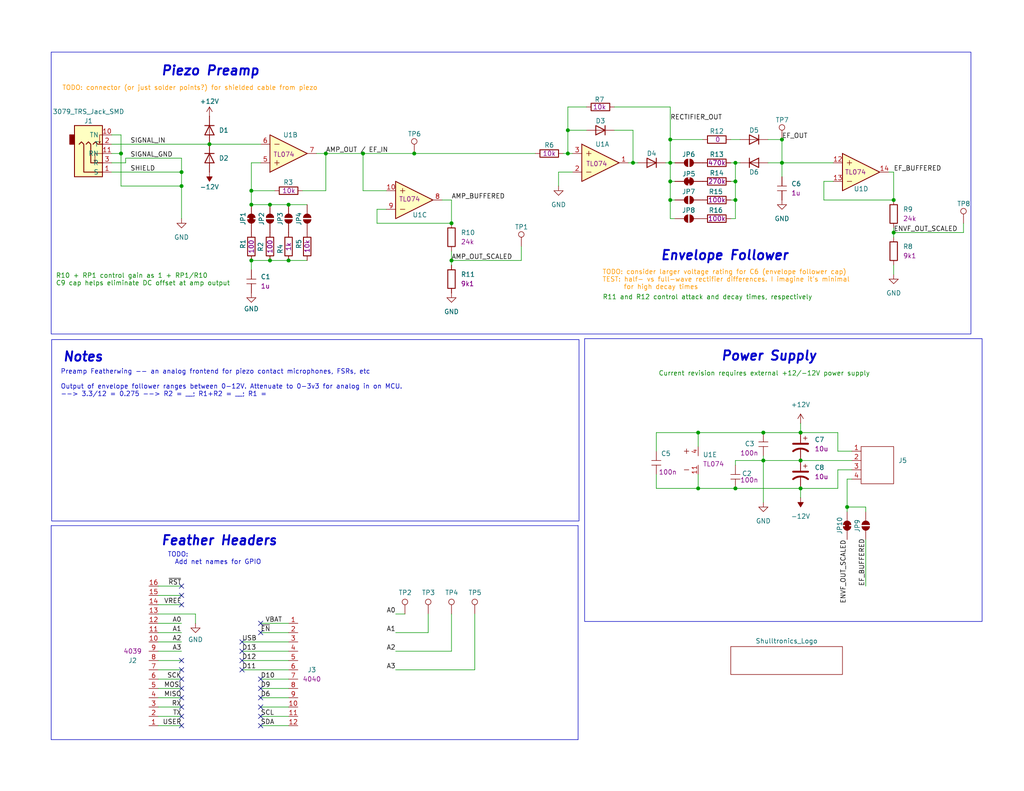
<source format=kicad_sch>
(kicad_sch (version 20231120) (generator "eeschema") (generator_version "8.0")
  (paper "USLetter")
  (title_block (title "Analog Frontend FeatherWing") (date "2024-09-20") (rev "A") (company "Hemisphere Instruments"))
  (junction (at 123.19 71.12))
  (junction (at 88.9 41.91))
  (junction (at 78.74 55.88))
  (junction (at 78.74 71.12))
  (junction (at 200.66 49.53))
  (junction (at 113.03 41.91))
  (junction (at 218.44 118.11))
  (junction (at 154.94 41.91))
  (junction (at 182.88 54.61))
  (junction (at 99.06 41.91))
  (junction (at 190.5 118.11))
  (junction (at 213.36 38.1))
  (junction (at 182.88 44.45))
  (junction (at 218.44 125.73))
  (junction (at 218.44 133.35))
  (junction (at 49.53 46.99))
  (junction (at 200.66 44.45))
  (junction (at 68.58 55.88))
  (junction (at 68.58 71.12))
  (junction (at 68.58 52.07))
  (junction (at 73.66 55.88))
  (junction (at 200.66 54.61))
  (junction (at 123.19 60.96))
  (junction (at 213.36 44.45))
  (junction (at 208.28 125.73))
  (junction (at 243.84 63.5))
  (junction (at 182.88 49.53))
  (junction (at 190.5 133.35))
  (junction (at 172.72 44.45))
  (junction (at 182.88 38.1))
  (junction (at 49.53 50.8))
  (junction (at 200.66 133.35))
  (junction (at 33.02 41.91))
  (junction (at 73.66 71.12))
  (junction (at 208.28 118.11))
  (junction (at 243.84 54.61))
  (junction (at 57.15 39.37))
  (junction (at 231.14 138.43))
  (junction (at 154.94 35.56))
  (no_connect (at 49.53 160.02))
  (no_connect (at 71.12 170.18))
  (no_connect (at 66.04 182.88))
  (no_connect (at 71.12 190.5))
  (no_connect (at 49.53 190.5))
  (no_connect (at 49.53 185.42))
  (no_connect (at 49.53 162.56))
  (no_connect (at 49.53 165.1))
  (no_connect (at 49.53 180.34))
  (no_connect (at 71.12 195.58))
  (no_connect (at 71.12 187.96))
  (no_connect (at 49.53 182.88))
  (no_connect (at 66.04 177.8))
  (no_connect (at 49.53 198.12))
  (no_connect (at 49.53 195.58))
  (no_connect (at 71.12 172.72))
  (no_connect (at 66.04 180.34))
  (no_connect (at 49.53 193.04))
  (no_connect (at 49.53 187.96))
  (no_connect (at 66.04 175.26))
  (no_connect (at 71.12 198.12))
  (no_connect (at 71.12 185.42))
  (no_connect (at 71.12 193.04))
  (wire (pts (xy 218.44 125.73) (xy 232.41 125.73)))
  (wire (pts (xy 224.79 49.53) (xy 224.79 54.61)))
  (wire (pts (xy 154.94 29.21) (xy 160.02 29.21)))
  (wire (pts (xy 243.84 72.39) (xy 243.84 74.93)))
  (wire (pts (xy 49.53 50.8) (xy 49.53 59.69)))
  (wire (pts (xy 182.88 44.45) (xy 181.61 44.45)))
  (wire (pts (xy 190.5 118.11) (xy 208.28 118.11)))
  (wire (pts (xy 167.64 29.21) (xy 182.88 29.21)))
  (wire (pts (xy 224.79 54.61) (xy 243.84 54.61)))
  (wire (pts (xy 200.66 127) (xy 200.66 125.73)))
  (wire (pts (xy 218.44 133.35) (xy 228.6 133.35)))
  (wire (pts (xy 53.34 167.64) (xy 53.34 170.18)))
  (wire (pts (xy 99.06 52.07) (xy 99.06 41.91)))
  (wire (pts (xy 123.19 60.96) (xy 123.19 54.61)))
  (wire (pts (xy 78.74 195.58) (xy 71.12 195.58)))
  (wire (pts (xy 208.28 124.46) (xy 208.28 125.73)))
  (wire (pts (xy 66.04 175.26) (xy 78.74 175.26)))
  (wire (pts (xy 88.9 41.91) (xy 99.06 41.91)))
  (polyline (pts (xy 13.97 143.51) (xy 157.734 143.51)))
  (wire (pts (xy 34.29 43.18) (xy 49.53 43.18)))
  (wire (pts (xy 49.53 185.42) (xy 43.18 185.42)))
  (wire (pts (xy 200.66 133.35) (xy 218.44 133.35)))
  (wire (pts (xy 30.48 39.37) (xy 57.15 39.37)))
  (wire (pts (xy 49.53 43.18) (xy 49.53 46.99)))
  (wire (pts (xy 190.5 121.92) (xy 190.5 118.11)))
  (wire (pts (xy 243.84 63.5) (xy 262.89 63.5)))
  (wire (pts (xy 209.55 38.1) (xy 213.36 38.1)))
  (wire (pts (xy 49.53 46.99) (xy 49.53 50.8)))
  (wire (pts (xy 199.39 59.69) (xy 200.66 59.69)))
  (wire (pts (xy 182.88 54.61) (xy 182.88 59.69)))
  (wire (pts (xy 243.84 62.23) (xy 243.84 63.5)))
  (wire (pts (xy 78.74 198.12) (xy 71.12 198.12)))
  (wire (pts (xy 68.58 44.45) (xy 71.12 44.45)))
  (wire (pts (xy 33.02 41.91) (xy 33.02 50.8)))
  (wire (pts (xy 66.04 177.8) (xy 78.74 177.8)))
  (wire (pts (xy 78.74 190.5) (xy 71.12 190.5)))
  (wire (pts (xy 182.88 38.1) (xy 191.77 38.1)))
  (wire (pts (xy 78.74 185.42) (xy 71.12 185.42)))
  (wire (pts (xy 213.36 44.45) (xy 227.33 44.45)))
  (wire (pts (xy 57.15 39.37) (xy 71.12 39.37)))
  (wire (pts (xy 172.72 35.56) (xy 172.72 44.45)))
  (wire (pts (xy 218.44 133.35) (xy 218.44 135.89)))
  (wire (pts (xy 43.18 182.88) (xy 49.53 182.88)))
  (wire (pts (xy 154.94 35.56) (xy 160.02 35.56)))
  (wire (pts (xy 33.02 41.91) (xy 30.48 41.91)))
  (wire (pts (xy 182.88 54.61) (xy 184.15 54.61)))
  (polyline (pts (xy 13.97 143.51) (xy 13.97 201.93)))
  (wire (pts (xy 68.58 52.07) (xy 74.93 52.07)))
  (wire (pts (xy 154.94 41.91) (xy 156.21 41.91)))
  (wire (pts (xy 262.89 63.5) (xy 262.89 60.96)))
  (wire (pts (xy 179.07 133.35) (xy 190.5 133.35)))
  (wire (pts (xy 142.24 67.31) (xy 142.24 71.12)))
  (wire (pts (xy 200.66 54.61) (xy 200.66 49.53)))
  (wire (pts (xy 43.18 165.1) (xy 49.53 165.1)))
  (wire (pts (xy 49.53 195.58) (xy 43.18 195.58)))
  (wire (pts (xy 152.4 50.8) (xy 152.4 46.99)))
  (wire (pts (xy 182.88 49.53) (xy 182.88 54.61)))
  (wire (pts (xy 153.67 41.91) (xy 154.94 41.91)))
  (wire (pts (xy 68.58 71.12) (xy 73.66 71.12)))
  (wire (pts (xy 116.84 172.72) (xy 116.84 167.64)))
  (polyline (pts (xy 157.734 201.93) (xy 13.97 201.93)))
  (wire (pts (xy 99.06 41.91) (xy 113.03 41.91)))
  (wire (pts (xy 199.39 54.61) (xy 200.66 54.61)))
  (wire (pts (xy 231.14 138.43) (xy 236.22 138.43)))
  (wire (pts (xy 228.6 123.19) (xy 232.41 123.19)))
  (wire (pts (xy 113.03 41.91) (xy 146.05 41.91)))
  (wire (pts (xy 179.07 118.11) (xy 190.5 118.11)))
  (wire (pts (xy 49.53 160.02) (xy 43.18 160.02)))
  (wire (pts (xy 199.39 44.45) (xy 200.66 44.45)))
  (wire (pts (xy 88.9 41.91) (xy 86.36 41.91)))
  (wire (pts (xy 182.88 44.45) (xy 182.88 49.53)))
  (wire (pts (xy 179.07 129.54) (xy 179.07 133.35)))
  (wire (pts (xy 154.94 35.56) (xy 154.94 29.21)))
  (wire (pts (xy 78.74 187.96) (xy 71.12 187.96)))
  (wire (pts (xy 142.24 71.12) (xy 123.19 71.12)))
  (wire (pts (xy 200.66 44.45) (xy 201.93 44.45)))
  (wire (pts (xy 30.48 46.99) (xy 49.53 46.99)))
  (wire (pts (xy 152.4 46.99) (xy 156.21 46.99)))
  (wire (pts (xy 236.22 147.32) (xy 236.22 160.02)))
  (wire (pts (xy 71.12 170.18) (xy 78.74 170.18)))
  (wire (pts (xy 73.66 55.88) (xy 78.74 55.88)))
  (wire (pts (xy 228.6 133.35) (xy 228.6 128.27)))
  (wire (pts (xy 232.41 130.81) (xy 231.14 130.81)))
  (wire (pts (xy 43.18 198.12) (xy 49.53 198.12)))
  (wire (pts (xy 200.66 125.73) (xy 208.28 125.73)))
  (wire (pts (xy 82.55 52.07) (xy 88.9 52.07)))
  (wire (pts (xy 218.44 118.11) (xy 228.6 118.11)))
  (wire (pts (xy 167.64 35.56) (xy 172.72 35.56)))
  (wire (pts (xy 199.39 38.1) (xy 201.93 38.1)))
  (wire (pts (xy 33.02 36.83) (xy 33.02 41.91)))
  (wire (pts (xy 107.95 167.64) (xy 110.49 167.64)))
  (wire (pts (xy 102.87 57.15) (xy 105.41 57.15)))
  (wire (pts (xy 231.14 130.81) (xy 231.14 138.43)))
  (wire (pts (xy 182.88 29.21) (xy 182.88 38.1)))
  (wire (pts (xy 73.66 71.12) (xy 78.74 71.12)))
  (wire (pts (xy 49.53 190.5) (xy 43.18 190.5)))
  (wire (pts (xy 243.84 54.61) (xy 243.84 46.99)))
  (wire (pts (xy 49.53 187.96) (xy 43.18 187.96)))
  (wire (pts (xy 243.84 63.5) (xy 243.84 64.77)))
  (wire (pts (xy 43.18 162.56) (xy 49.53 162.56)))
  (wire (pts (xy 200.66 49.53) (xy 200.66 44.45)))
  (wire (pts (xy 43.18 167.64) (xy 53.34 167.64)))
  (wire (pts (xy 34.29 44.45) (xy 34.29 43.18)))
  (wire (pts (xy 107.95 182.88) (xy 129.54 182.88)))
  (wire (pts (xy 123.19 54.61) (xy 120.65 54.61)))
  (wire (pts (xy 68.58 55.88) (xy 73.66 55.88)))
  (wire (pts (xy 200.66 59.69) (xy 200.66 54.61)))
  (wire (pts (xy 49.53 177.8) (xy 43.18 177.8)))
  (wire (pts (xy 78.74 71.12) (xy 83.82 71.12)))
  (wire (pts (xy 213.36 38.1) (xy 213.36 44.45)))
  (wire (pts (xy 78.74 55.88) (xy 83.82 55.88)))
  (wire (pts (xy 190.5 129.54) (xy 190.5 133.35)))
  (wire (pts (xy 49.53 170.18) (xy 43.18 170.18)))
  (wire (pts (xy 68.58 71.12) (xy 68.58 73.66)))
  (wire (pts (xy 236.22 139.7) (xy 236.22 138.43)))
  (wire (pts (xy 123.19 71.12) (xy 123.19 72.39)))
  (wire (pts (xy 66.04 180.34) (xy 78.74 180.34)))
  (wire (pts (xy 49.53 175.26) (xy 43.18 175.26)))
  (wire (pts (xy 172.72 44.45) (xy 171.45 44.45)))
  (wire (pts (xy 154.94 41.91) (xy 154.94 35.56)))
  (wire (pts (xy 179.07 123.19) (xy 179.07 118.11)))
  (wire (pts (xy 228.6 118.11) (xy 228.6 123.19)))
  (wire (pts (xy 227.33 49.53) (xy 224.79 49.53)))
  (wire (pts (xy 182.88 44.45) (xy 184.15 44.45)))
  (wire (pts (xy 199.39 49.53) (xy 200.66 49.53)))
  (wire (pts (xy 68.58 55.88) (xy 68.58 52.07)))
  (wire (pts (xy 71.12 193.04) (xy 78.74 193.04)))
  (wire (pts (xy 123.19 68.58) (xy 123.19 71.12)))
  (wire (pts (xy 213.36 48.26) (xy 213.36 44.45)))
  (wire (pts (xy 182.88 44.45) (xy 182.88 38.1)))
  (wire (pts (xy 173.99 44.45) (xy 172.72 44.45)))
  (wire (pts (xy 49.53 172.72) (xy 43.18 172.72)))
  (wire (pts (xy 129.54 182.88) (xy 129.54 167.64)))
  (wire (pts (xy 107.95 177.8) (xy 123.19 177.8)))
  (wire (pts (xy 30.48 36.83) (xy 33.02 36.83)))
  (wire (pts (xy 68.58 44.45) (xy 68.58 52.07)))
  (wire (pts (xy 123.19 177.8) (xy 123.19 167.64)))
  (polyline (pts (xy 157.734 143.51) (xy 157.734 201.93)))
  (wire (pts (xy 66.04 182.88) (xy 78.74 182.88)))
  (wire (pts (xy 231.14 138.43) (xy 231.14 139.7)))
  (wire (pts (xy 107.95 172.72) (xy 116.84 172.72)))
  (wire (pts (xy 218.44 115.57) (xy 218.44 118.11)))
  (wire (pts (xy 208.28 125.73) (xy 218.44 125.73)))
  (wire (pts (xy 213.36 44.45) (xy 209.55 44.45)))
  (wire (pts (xy 182.88 59.69) (xy 184.15 59.69)))
  (wire (pts (xy 102.87 57.15) (xy 102.87 60.96)))
  (wire (pts (xy 190.5 133.35) (xy 200.66 133.35)))
  (wire (pts (xy 243.84 46.99) (xy 242.57 46.99)))
  (wire (pts (xy 105.41 52.07) (xy 99.06 52.07)))
  (wire (pts (xy 208.28 118.11) (xy 218.44 118.11)))
  (wire (pts (xy 49.53 193.04) (xy 43.18 193.04)))
  (wire (pts (xy 102.87 60.96) (xy 123.19 60.96)))
  (wire (pts (xy 182.88 49.53) (xy 184.15 49.53)))
  (wire (pts (xy 43.18 180.34) (xy 49.53 180.34)))
  (wire (pts (xy 30.48 44.45) (xy 34.29 44.45)))
  (wire (pts (xy 33.02 50.8) (xy 49.53 50.8)))
  (wire (pts (xy 228.6 128.27) (xy 232.41 128.27)))
  (wire (pts (xy 88.9 41.91) (xy 88.9 52.07)))
  (wire (pts (xy 208.28 137.16) (xy 208.28 125.73)))
  (wire (pts (xy 78.74 172.72) (xy 71.12 172.72)))
  (rectangle (start 159.512 92.456) (end 267.97 169.672))
  (rectangle (start 14.097 92.71) (end 157.988 142.24))
  (rectangle (start 13.97 14.224) (end 264.922 91.186))
  (text "Notes" (at 17.018 99.06 0) (effects (font (size 2.54 2.54) (bold yes) (italic yes)) (justify left bottom)))
  (text "TODO:\n  Add net names for GPIO" (at 45.72 154.305 0) (effects (font (size 1.27 1.27)) (justify left bottom)))
  (text "Envelope Follower" (at 180.086 71.374 0) (effects (font (size 2.54 2.54) (bold yes) (italic yes)) (justify left bottom)))
  (text "Piezo Preamp" (at 43.815 20.955 0) (effects (font (size 2.54 2.54) (bold yes) (italic yes)) (justify left bottom)))
  (text "Power Supply" (at 196.596 98.806 0) (effects (font (size 2.54 2.54) (bold yes) (italic yes)) (justify left bottom)))
  (text "Preamp Featherwing -- an analog frontend for piezo contact microphones, FSRs, etc\n\nOutput of envelope follower ranges between 0-12V. Attenuate to 0-3v3 for analog in on MCU.\n--> 3.3/12 = 0.275 --> R2 = __; R1+R2 = __; R1 = " (at 16.51 104.648 0) (effects (font (size 1.27 1.27)) (justify left)))
  (text "Feather Headers" (at 43.815 149.225 0) (effects (font (size 2.54 2.54) (bold yes) (italic yes)) (justify left bottom)))
  (text "TODO: consider larger voltage rating for C6 (envelope follower cap)\nTEST: half- vs full-wave rectifier differences. I imagine it's minimal\n      for high decay times" (at 164.338 76.454 0) (effects (font (size 1.27 1.27)) (justify left)))
  (text "Current revision requires external +12/-12V power supply" (at 208.534 102.108 0) (effects (font (size 1.27 1.27))))
  (text "R11 and R12 control attack and decay times, respectively" (at 193.04 81.28 0) (effects (font (size 1.27 1.27))))
  (text "TODO: connector (or just solder points?) for shielded cable from piezo" (at 51.816 24.13 0) (effects (font (size 1.27 1.27))))
  (text "R10 + RP1 control gain as 1 + RP1/R10\nC9 cap helps eliminate DC offset at amp output\n" (at 15.24 76.454 0) (effects (font (size 1.27 1.27)) (justify left)))
  (label "MOSI" (at 49.53 187.96 180))
  (label "SDA" (at 71.12 198.12 0))
  (label "EF_OUT" (at 213.36 38.1 0))
  (label "SCL" (at 71.12 195.58 0))
  (label "A2" (at 107.95 177.8 180))
  (label "MISO" (at 49.53 190.5 180))
  (label "AMP_OUT {slash} EF_IN" (at 88.9 41.91 0))
  (label "VREF" (at 49.53 165.1 180))
  (label "RX" (at 49.53 193.04 180))
  (label "A1" (at 107.95 172.72 180))
  (label "D12" (at 66.04 180.34 0))
  (label "AMP_OUT_SCALED" (at 123.19 71.12 0))
  (label "A0" (at 107.95 167.64 180))
  (label "D6" (at 71.12 190.5 0))
  (label "TX" (at 49.53 195.58 180))
  (label "A2" (at 49.53 175.26 180))
  (label "SHIELD" (at 35.56 46.99 0))
  (label "USB" (at 66.04 175.26 0))
  (label "~{RST}" (at 49.53 160.02 180))
  (label "USER" (at 49.53 198.12 180))
  (label "AMP_BUFFERED" (at 123.19 54.61 0))
  (label "D9" (at 71.12 187.96 0))
  (label "D13" (at 66.04 177.8 0))
  (label "SIGNAL_GND" (at 35.56 43.18 0))
  (label "ENVF_OUT_SCALED" (at 243.84 63.5 0))
  (label "A3" (at 49.53 177.8 180))
  (label "EF_BUFFERED" (at 243.84 46.99 0))
  (label "VBAT" (at 72.39 170.18 0))
  (label "ENVF_OUT_SCALED" (at 231.14 147.32 270))
  (label "A1" (at 49.53 172.72 180))
  (label "EF_BUFFERED" (at 236.22 160.02 90))
  (label "A0" (at 49.53 170.18 180))
  (label "D11" (at 66.04 182.88 0))
  (label "D10" (at 71.12 185.42 0))
  (label "A3" (at 107.95 182.88 180))
  (label "~{EN}" (at 71.12 172.72 0))
  (label "SCK" (at 49.53 185.42 180))
  (label "RECTIFIER_OUT" (at 182.88 33.02 0))
  (label "SIGNAL_IN" (at 35.56 39.37 0))
  (symbol (lib_name "SolderJumper_2_Open_1") (lib_id "Shulltronics_Passives:SolderJumper_2_Open") (at 73.66 59.69 90) (unit 1)
    (property "Reference" "JP2" (at 71.374 57.912 0) (effects (justify right)))
    (property "Value" "100" (effects (hide yes)))
    (property "Footprint" "Shulltronics_Generics:SolderJumper-2_P1.3mm_Open_TrianglePad1.0x1.5mm" (effects (hide yes)))
    (property "Description" "Solder Jumper, 2-pole, open" (effects (hide yes)))
  )
  (symbol (lib_id "Shulltronics_Passives:4038_Resistor_SMD_100_0.125W_1%") (at 73.66 67.31 180) (unit 1)
    (property "Reference" "R2" (at 71.12 66.04 90) (effects (justify left)))
    (property "Value" "4038_Resistor_SMD_100_0.125W_1%" (effects (hide yes)))
    (property "Footprint" "Shulltronics_Generics:RES-0402" (effects (hide yes)))
    (property "Datasheet" "https://www.te.com/commerce/DocumentDelivery/DDEController?Action=srchrtrv&DocNm=9-1773463-9&DocType=DS&DocLang=English" (effects (hide yes)))
    (property "SPN" "4038" (effects (hide yes)))
    (property "Val" "100" (at 73.66 65.405 90) (effects (justify left)))
  )
  (symbol (lib_id "Shulltronics_Sch_Symbols:GND") (at 123.19 80.01 0) (unit 1)
    (property "Reference" "#PWR06" (effects (hide yes)))
    (property "Value" "GND" (at 123.19 85.09 0))
    (property "Description" "Power symbol creates a global label with name \"GND\" , ground" (effects (hide yes)))
  )
  (symbol (lib_id "Shulltronics_Passives:4008_Resistor_SMD_10k_0.125W_1%") (at 83.82 67.31 180) (unit 1)
    (property "Reference" "R5" (at 81.534 65.278 90) (effects (justify left)))
    (property "Value" "4008_Resistor_SMD_10k_0.125W_1%" (effects (hide yes)))
    (property "Footprint" "Shulltronics_Generics:RES-0402" (effects (hide yes)))
    (property "Datasheet" "https://www.te.com/commerce/DocumentDelivery/DDEController?Action=srchrtrv&DocNm=9-1773463-9&DocType=DS&DocLang=English" (effects (hide yes)))
    (property "SPN" "4008" (effects (hide yes)))
    (property "Val" "10k" (at 83.82 65.405 90) (effects (justify left)))
  )
  (symbol (lib_id "Shulltronics_Passives:4013_Capacitor_1u_16V_0402") (at 68.58 76.2 90) (unit 1)
    (property "Reference" "C1" (at 71.12 75.5649 90) (effects (justify right)))
    (property "Value" "4013_Capacitor_1u_16V_0402" (effects (hide yes)))
    (property "Footprint" "Shulltronics_Generics:C_0402_HandSolder" (effects (hide yes)))
    (property "Datasheet" "https://media.digikey.com/pdf/Data%20Sheets/Samsung%20PDFs/CL05A104KA5NNNC.pdf" (effects (hide yes)))
    (property "SPN" "4013" (effects (hide yes)))
    (property "Val" "1u" (at 71.12 78.1049 90) (effects (justify right)))
  )
  (symbol (lib_id "Shulltronics_Passives:4082_Resistor_SMD_9k1_1/16W_1%") (at 243.84 68.58 0) (unit 1)
    (property "Reference" "R8" (at 246.38 67.3099 0) (effects (justify left)))
    (property "Value" "4082_Resistor_SMD_9k1_1/16W_1%" (effects (hide yes)))
    (property "Footprint" "Shulltronics_Generics:RES-0402" (effects (hide yes)))
    (property "Datasheet" "https://www.yageo.com/upload/media/product/productsearch/datasheet/rchip/PYu-RC_Group_51_RoHS_L_12.pdf" (effects (hide yes)))
    (property "Description" "SMD Resistor, 9k1 Ohms, 1/16W, 1%, 0402" (effects (hide yes)))
    (property "SPN" "4082" (effects (hide yes)))
    (property "Val" "9k1" (at 246.38 69.8499 0) (effects (justify left)))
  )
  (symbol (lib_id "Shulltronics_ICs:3099_TL074CPW_SMD") (at 111.76 54.61 0) (unit 3)
    (property "Reference" "U1" (at 114.554 58.674 0))
    (property "Value" "3099_TL074CPW_SMD" (effects (hide yes)))
    (property "Footprint" "Shulltronics_Integrated_Circuits:3099_TL074CPW_TSSOP14" (effects (hide yes)))
    (property "Datasheet" "https://www.ti.com/lit/ds/symlink/tl071a.pdf?HQS=dis-dk-null-digikeymode-dsf-pf-null-wwe&ts=1646679901639" (effects (hide yes)))
    (property "SPN" "3099" (effects (hide yes)))
    (property "Val" "TL074" (at 111.76 54.356 0))
  )
  (symbol (lib_id "Shulltronics_Passives:4031_Capacitor_10u_35V_SMD") (at 218.44 121.92 0) (unit 1)
    (property "Reference" "C7" (at 222.25 120.0149 0) (effects (justify left)))
    (property "Value" "4031_Capacitor_10u_35V_SMD" (effects (hide yes)))
    (property "Footprint" "Shulltronics_Passives:3088_Capacitor_10u_50V_SMD" (effects (hide yes)))
    (property "Datasheet" "https://content.kemet.com/datasheets/KEM_A4001_EDK.pdf" (effects (hide yes)))
    (property "SPN" "4031" (effects (hide yes)))
    (property "Val" "10u" (at 222.25 122.5549 0) (effects (justify left)))
  )
  (symbol (lib_id "Shulltronics_Passives:4010_Resistor_SMD_1k_0.125W_1%") (at 78.74 67.31 0) (unit 1)
    (property "Reference" "R4" (at 76.454 69.342 90) (effects (justify left)))
    (property "Value" "4010_Resistor_SMD_1k_0.125W_1%" (effects (hide yes)))
    (property "Footprint" "Shulltronics_Generics:RES-0402" (effects (hide yes)))
    (property "Datasheet" "https://www.te.com/commerce/DocumentDelivery/DDEController?Action=srchrtrv&DocNm=9-1773463-9&DocType=DS&DocLang=English" (effects (hide yes)))
    (property "Description" "SMD Resistor, 1k Ohms, 1/8W, 1%, 0402" (effects (hide yes)))
    (property "SPN" "4010" (effects (hide yes)))
    (property "Val" "1k" (at 78.74 68.58 90) (effects (justify left)))
  )
  (symbol (lib_id "Shulltronics_Passives:4008_Resistor_SMD_10k_0.125W_1%") (at 163.83 29.21 90) (unit 1)
    (property "Reference" "R7" (at 163.576 27.178 90))
    (property "Value" "4008_Resistor_SMD_10k_0.125W_1%" (effects (hide yes)))
    (property "Footprint" "Shulltronics_Generics:RES-0402" (effects (hide yes)))
    (property "Datasheet" "https://www.te.com/commerce/DocumentDelivery/DDEController?Action=srchrtrv&DocNm=9-1773463-9&DocType=DS&DocLang=English" (effects (hide yes)))
    (property "Description" "SMD Resistor, 10k Ohms, 1/8W, 1%, 0402" (effects (hide yes)))
    (property "SPN" "4008" (effects (hide yes)))
    (property "Val" "10k" (at 163.576 29.21 90))
  )
  (symbol (lib_id "Shulltronics_Passives:4019_Resistor_SMD_270k_0.125W_1%") (at 195.58 49.53 90) (unit 1)
    (property "Reference" "R14" (at 195.58 47.244 90))
    (property "Value" "4019_Resistor_SMD_270k_0.125W_1%" (effects (hide yes)))
    (property "Footprint" "Shulltronics_Generics:RES-0402" (effects (hide yes)))
    (property "Datasheet" "https://www.te.com/commerce/DocumentDelivery/DDEController?Action=srchrtrv&DocNm=9-1773463-9&DocType=DS&DocLang=English" (effects (hide yes)))
    (property "Description" "SMD Resistor, 270k Ohms, 1/8W, 1%, 0402" (effects (hide yes)))
    (property "SPN" "4019" (effects (hide yes)))
    (property "Val" "270k" (at 195.58 49.53 90))
  )
  (symbol (lib_id "Shulltronics_Passives:4008_Resistor_SMD_10k_0.125W_1%") (at 149.86 41.91 90) (unit 1)
    (property "Reference" "R6" (at 149.86 39.624 90))
    (property "Value" "4008_Resistor_SMD_10k_0.125W_1%" (effects (hide yes)))
    (property "Footprint" "Shulltronics_Generics:RES-0402" (effects (hide yes)))
    (property "Datasheet" "https://www.te.com/commerce/DocumentDelivery/DDEController?Action=srchrtrv&DocNm=9-1773463-9&DocType=DS&DocLang=English" (effects (hide yes)))
    (property "Description" "SMD Resistor, 10k Ohms, 1/8W, 1%, 0402" (effects (hide yes)))
    (property "SPN" "4008" (effects (hide yes)))
    (property "Val" "10k" (at 149.86 41.91 90))
  )
  (symbol (lib_id "Shulltronics_Sch_Symbols:GND") (at 49.53 59.69 0) (unit 1)
    (property "Reference" "#PWR01" (effects (hide yes)))
    (property "Value" "GND" (at 49.53 64.77 0))
  )
  (symbol (lib_name "SolderJumper_2_Open_2") (lib_id "Shulltronics_Passives:SolderJumper_2_Open") (at 78.74 59.69 90) (unit 1)
    (property "Reference" "JP3" (at 76.454 57.912 0) (effects (justify right)))
    (property "Value" "1k" (effects (hide yes)))
    (property "Footprint" "Shulltronics_Generics:SolderJumper-2_P1.3mm_Open_TrianglePad1.0x1.5mm" (effects (hide yes)))
    (property "Description" "Solder Jumper, 2-pole, open" (effects (hide yes)))
  )
  (symbol (lib_id "Shulltronics_Passives:SolderJumper_2_Open") (at 187.96 44.45 0) (unit 1)
    (property "Reference" "JP6" (at 189.738 42.164 0) (effects (justify right)))
    (property "Value" "470k" (effects (hide yes)))
    (property "Footprint" "Shulltronics_Generics:SolderJumper-2_P1.3mm_Open_TrianglePad1.0x1.5mm" (effects (hide yes)))
    (property "Description" "Solder Jumper, 2-pole, open" (effects (hide yes)))
  )
  (symbol (lib_id "Shulltronics_Passives:SolderJumper_2_Bridged") (at 187.96 49.53 0) (unit 1)
    (property "Reference" "JP5" (at 187.96 47.498 0))
    (property "Value" "270k" (effects (hide yes)))
    (property "Footprint" "Shulltronics_Generics:SolderJumper-2_P1.3mm_Bridged_Pad1.0x1.5mm" (effects (hide yes)))
    (property "Description" "Solder Jumper, 2-pole, closed/bridged" (effects (hide yes)))
  )
  (symbol (lib_name "SolderJumper_2_Open_3") (lib_id "Shulltronics_Passives:SolderJumper_2_Open") (at 83.82 59.69 90) (unit 1)
    (property "Reference" "JP4" (at 81.534 57.912 0) (effects (justify right)))
    (property "Value" "10k" (effects (hide yes)))
    (property "Footprint" "Shulltronics_Generics:SolderJumper-2_P1.3mm_Open_TrianglePad1.0x1.5mm" (effects (hide yes)))
    (property "Description" "Solder Jumper, 2-pole, open" (effects (hide yes)))
  )
  (symbol (lib_id "Shulltronics_Sch_Symbols:GND") (at 152.4 50.8 0) (unit 1)
    (property "Reference" "#PWR010" (effects (hide yes)))
    (property "Value" "GND" (at 152.4 55.88 0))
    (property "Description" "Power symbol creates a global label with name \"GND\" , ground" (effects (hide yes)))
  )
  (symbol (lib_id "Shulltronics_Sch_Symbols:TestPoint") (at 123.19 167.64 0) (unit 1)
    (property "Reference" "TP4" (at 121.412 161.798 0) (effects (justify left)))
    (property "Value" "A2" (effects (hide yes)))
    (property "Footprint" "Shulltronics_Generics:TestPoint_THTPad_D1.5mm_Drill0.7mm" (effects (hide yes)))
    (property "Description" "test point" (effects (hide yes)))
  )
  (symbol (lib_id "power:+12V") (at 218.44 115.57 0) (unit 1)
    (property "Reference" "#PWR017" (effects (hide yes)))
    (property "Value" "+12V" (at 218.44 110.49 0))
    (property "Description" "Power symbol creates a global label with name \"+12V\"" (effects (hide yes)))
  )
  (symbol (lib_name "1N4148WS_1") (lib_id "Diode:1N4148WS") (at 57.15 35.56 270) (unit 1)
    (property "Reference" "D1" (at 59.69 35.5599 90) (effects (justify left)))
    (property "Value" "1N4148W" (effects (hide yes)))
    (property "Footprint" "Diode_SMD:D_SOD-323" (effects (hide yes)))
    (property "Datasheet" "https://www.vishay.com/docs/85751/1n4148ws.pdf" (effects (hide yes)))
    (property "Description" "75V 0.15A Fast switching Diode, SOD-323" (effects (hide yes)))
    (property "Sim.Device" "D" (effects (hide yes)))
    (property "Sim.Pins" "1=K 2=A" (effects (hide yes)))
  )
  (symbol (lib_id "Shulltronics_Sch_Symbols:GND") (at 243.84 74.93 0) (unit 1)
    (property "Reference" "#PWR02" (effects (hide yes)))
    (property "Value" "GND" (at 243.84 80.01 0))
    (property "Description" "Power symbol creates a global label with name \"GND\" , ground" (effects (hide yes)))
  )
  (symbol (lib_id "Shulltronics_Sch_Symbols:TestPoint") (at 262.89 60.96 0) (unit 1)
    (property "Reference" "TP8" (at 261.112 55.626 0) (effects (justify left)))
    (property "Value" "EF_ATN" (effects (hide yes)))
    (property "Footprint" "Shulltronics_Generics:TestPoint_THTPad_D1.5mm_Drill0.7mm" (effects (hide yes)))
    (property "Description" "test point" (effects (hide yes)))
  )
  (symbol (lib_name "SolderJumper_2_Open_4") (lib_id "Shulltronics_Passives:SolderJumper_2_Open") (at 236.22 143.51 90) (unit 1)
    (property "Reference" "JP9" (at 233.934 141.732 0) (effects (justify right)))
    (property "Value" "EF_BUF" (effects (hide yes)))
    (property "Footprint" "Shulltronics_Generics:SolderJumper-2_P1.3mm_Open_TrianglePad1.0x1.5mm" (effects (hide yes)))
    (property "Description" "Solder Jumper, 2-pole, open" (effects (hide yes)))
  )
  (symbol (lib_id "Shulltronics_Passives:4017_Resistor_SMD_100k_0.125W_1%_1") (at 195.58 54.61 90) (unit 1)
    (property "Reference" "R15" (at 195.326 52.324 90))
    (property "Value" "4017_Resistor_SMD_100k_0.125W_1%_1" (effects (hide yes)))
    (property "Footprint" "Shulltronics_Generics:RES-0402" (effects (hide yes)))
    (property "Datasheet" "https://www.te.com/commerce/DocumentDelivery/DDEController?Action=srchrtrv&DocNm=9-1773463-9&DocType=DS&DocLang=English" (effects (hide yes)))
    (property "Description" "SMD Resistor, 100k Ohms, 1/8W, 1%, 0402" (effects (hide yes)))
    (property "SPN" "4017" (effects (hide yes)))
    (property "Val" "100k" (at 195.58 54.61 90))
  )
  (symbol (lib_id "Shulltronics_ICs:3099_TL074CPW_SMD") (at 233.68 46.99 0) (unit 4)
    (property "Reference" "U1" (at 234.95 51.562 0))
    (property "Value" "3099_TL074CPW_SMD" (effects (hide yes)))
    (property "Footprint" "Shulltronics_Integrated_Circuits:3099_TL074CPW_TSSOP14" (effects (hide yes)))
    (property "Datasheet" "https://www.ti.com/lit/ds/symlink/tl071a.pdf?HQS=dis-dk-null-digikeymode-dsf-pf-null-wwe&ts=1646679901639" (effects (hide yes)))
    (property "SPN" "3099" (effects (hide yes)))
    (property "Val" "TL074" (at 233.426 46.99 0))
  )
  (symbol (lib_id "Shulltronics_Sch_Symbols:GND") (at 208.28 137.16 0) (unit 1)
    (property "Reference" "#PWR016" (effects (hide yes)))
    (property "Value" "GND" (at 208.28 142.24 0))
    (property "Description" "Power symbol creates a global label with name \"GND\" , ground" (effects (hide yes)))
  )
  (symbol (lib_id "Shulltronics_ICs:3099_TL074CPW_SMD") (at 162.56 44.45 0) (unit 1)
    (property "Reference" "U1" (at 164.338 39.37 0))
    (property "Value" "3099_TL074CPW_SMD" (effects (hide yes)))
    (property "Footprint" "Shulltronics_Integrated_Circuits:3099_TL074CPW_TSSOP14" (effects (hide yes)))
    (property "Datasheet" "https://www.ti.com/lit/ds/symlink/tl071a.pdf?HQS=dis-dk-null-digikeymode-dsf-pf-null-wwe&ts=1646679901639" (effects (hide yes)))
    (property "SPN" "3099" (effects (hide yes)))
    (property "Val" "TL074" (at 162.814 44.704 0))
  )
  (symbol (lib_id "Shulltronics_Passives:SolderJumper_2_Open") (at 187.96 59.69 0) (unit 1)
    (property "Reference" "JP8" (at 189.738 57.404 0) (effects (justify right)))
    (property "Value" "100k" (effects (hide yes)))
    (property "Footprint" "Shulltronics_Generics:SolderJumper-2_P1.3mm_Open_TrianglePad1.0x1.5mm" (effects (hide yes)))
    (property "Description" "Solder Jumper, 2-pole, open" (effects (hide yes)))
  )
  (symbol (lib_id "Shulltronics_Sch_Symbols:Shulltronics_Logo") (at 214.63 180.34 0) (unit 1) (in_bom no)
    (property "Reference" "L1" (effects (hide yes)))
    (property "Value" "Shulltronics_Logo" (at 214.63 175.006 0))
    (property "Footprint" "Shulltronics_Generics:Shulltronics_Logo" (effects (hide yes)))
  )
  (symbol (lib_id "power:-12V") (at 218.44 135.89 180) (unit 1)
    (property "Reference" "#PWR018" (effects (hide yes)))
    (property "Value" "-12V" (at 218.44 140.97 0))
    (property "Description" "Power symbol creates a global label with name \"-12V\"" (effects (hide yes)))
  )
  (symbol (lib_id "Shulltronics_Passives:4082_Resistor_SMD_9k1_1/16W_1%") (at 123.19 76.2 0) (unit 1)
    (property "Reference" "R11" (at 125.73 74.9299 0) (effects (justify left)))
    (property "Value" "4082_Resistor_SMD_9k1_1/16W_1%" (effects (hide yes)))
    (property "Footprint" "Shulltronics_Generics:RES-0402" (effects (hide yes)))
    (property "Datasheet" "https://www.yageo.com/upload/media/product/productsearch/datasheet/rchip/PYu-RC_Group_51_RoHS_L_12.pdf" (effects (hide yes)))
    (property "Description" "SMD Resistor, 9k1 Ohms, 1/16W, 1%, 0402" (effects (hide yes)))
    (property "SPN" "4082" (effects (hide yes)))
    (property "Val" "9k1" (at 125.73 77.4699 0) (effects (justify left)))
  )
  (symbol (lib_name "SolderJumper_2_Bridged_2") (lib_id "Shulltronics_Passives:SolderJumper_2_Bridged") (at 231.14 143.51 90) (unit 1)
    (property "Reference" "JP10" (at 229.108 143.51 0))
    (property "Value" "EF_ATN" (effects (hide yes)))
    (property "Footprint" "Shulltronics_Generics:SolderJumper-2_P1.3mm_Bridged_Pad1.0x1.5mm" (effects (hide yes)))
    (property "Description" "Solder Jumper, 2-pole, closed/bridged" (effects (hide yes)))
  )
  (symbol (lib_id "Shulltronics_Sch_Symbols:GND") (at 213.36 54.61 0) (unit 1)
    (property "Reference" "#PWR015" (effects (hide yes)))
    (property "Value" "GND" (at 213.36 59.69 0))
    (property "Description" "Power symbol creates a global label with name \"GND\" , ground" (effects (hide yes)))
  )
  (symbol (lib_id "Shulltronics_Sch_Symbols:TestPoint") (at 142.24 67.31 0) (unit 1)
    (property "Reference" "TP1" (at 140.462 61.976 0) (effects (justify left)))
    (property "Value" "AMP_ATN" (effects (hide yes)))
    (property "Footprint" "Shulltronics_Generics:TestPoint_THTPad_D1.5mm_Drill0.7mm" (effects (hide yes)))
    (property "Description" "test point" (effects (hide yes)))
  )
  (symbol (lib_id "Shulltronics_Passives:3089_Capacitor_100n_16V_0402") (at 179.07 125.73 90) (unit 1)
    (property "Reference" "C5" (at 180.34 123.825 90) (effects (justify right)))
    (property "Value" "3089_Capacitor_100n_16V_0402" (effects (hide yes)))
    (property "Footprint" "Shulltronics_Generics:C_0402_HandSolder" (effects (hide yes)))
    (property "Datasheet" "https://media.digikey.com/pdf/Data%20Sheets/Samsung%20PDFs/CL05A104KA5NNNC.pdf" (effects (hide yes)))
    (property "SPN" "3089" (effects (hide yes)))
    (property "Val" "100n" (at 179.705 128.905 90) (effects (justify right)))
  )
  (symbol (lib_id "Shulltronics_Passives:4008_Resistor_SMD_10k_0.125W_1%") (at 78.74 52.07 90) (unit 1)
    (property "Reference" "R3" (at 80.01 49.784 90) (effects (justify left)))
    (property "Value" "4008_Resistor_SMD_10k_0.125W_1%" (effects (hide yes)))
    (property "Footprint" "Shulltronics_Generics:RES-0402" (effects (hide yes)))
    (property "Datasheet" "https://www.te.com/commerce/DocumentDelivery/DDEController?Action=srchrtrv&DocNm=9-1773463-9&DocType=DS&DocLang=English" (effects (hide yes)))
    (property "SPN" "4008" (effects (hide yes)))
    (property "Val" "10k" (at 80.645 52.07 90) (effects (justify left)))
  )
  (symbol (lib_id "Shulltronics_Connectors:4039_Header_Male_Vert_16pin_0.1in") (at 40.64 179.07 0) (mirror y) (unit 1)
    (property "Reference" "J2" (at 36.195 180.34 0))
    (property "Value" "4039_Header_Male_Vert_16pin_0.1in" (effects (hide yes)))
    (property "Footprint" "Shulltronics_Connectors:4039_Header_16pos_2.54mm" (effects (hide yes)))
    (property "Datasheet" "https://www.we-online.com/katalog/datasheet/6130xx11121.pdf" (effects (hide yes)))
    (property "SPN" "4039" (at 36.195 177.8 0))
  )
  (symbol (lib_id "Shulltronics_Sch_Symbols:TestPoint") (at 116.84 167.64 0) (unit 1)
    (property "Reference" "TP3" (at 115.062 161.798 0) (effects (justify left)))
    (property "Value" "A1" (effects (hide yes)))
    (property "Footprint" "Shulltronics_Generics:TestPoint_THTPad_D1.5mm_Drill0.7mm" (effects (hide yes)))
    (property "Description" "test point" (effects (hide yes)))
  )
  (symbol (lib_id "Shulltronics_Sch_Symbols:GND") (at 53.34 170.18 0) (unit 1)
    (property "Reference" "#PWR03" (effects (hide yes)))
    (property "Value" "GND" (at 53.34 174.625 0))
  )
  (symbol (lib_name "1N4148WS_2") (lib_id "Diode:1N4148WS") (at 57.15 43.18 270) (unit 1)
    (property "Reference" "D2" (at 59.69 43.1799 90) (effects (justify left)))
    (property "Value" "1N4148W" (effects (hide yes)))
    (property "Footprint" "Diode_SMD:D_SOD-323" (effects (hide yes)))
    (property "Datasheet" "https://www.vishay.com/docs/85751/1n4148ws.pdf" (effects (hide yes)))
    (property "Description" "75V 0.15A Fast switching Diode, SOD-323" (effects (hide yes)))
    (property "Sim.Device" "D" (effects (hide yes)))
    (property "Sim.Pins" "1=K 2=A" (effects (hide yes)))
  )
  (symbol (lib_name "1N4148WS_3") (lib_id "Diode:1N4148WS") (at 177.8 44.45 180) (unit 1)
    (property "Reference" "D4" (at 177.8 41.91 0))
    (property "Value" "1N4148W" (effects (hide yes)))
    (property "Footprint" "Diode_SMD:D_SOD-323" (effects (hide yes)))
    (property "Datasheet" "https://www.vishay.com/docs/85751/1n4148ws.pdf" (effects (hide yes)))
    (property "Description" "75V 0.15A Fast switching Diode, SOD-323" (effects (hide yes)))
    (property "Sim.Device" "D" (effects (hide yes)))
    (property "Sim.Pins" "1=K 2=A" (effects (hide yes)))
  )
  (symbol (lib_id "power:-12V") (at 57.15 46.99 180) (unit 1)
    (property "Reference" "#PWR05" (effects (hide yes)))
    (property "Value" "-12V" (at 57.15 51.054 0))
    (property "Description" "Power symbol creates a global label with name \"-12V\"" (effects (hide yes)))
  )
  (symbol (lib_id "Shulltronics_Connectors:3079_TRS_Jack_SMD") (at 24.13 41.91 0) (mirror x) (unit 1)
    (property "Reference" "J1" (at 24.13 33.02 0))
    (property "Value" "3079_TRS_Jack_SMD" (at 24.13 30.48 0))
    (property "Footprint" "Shulltronics_Connectors:3079_TRS_Jack_SMD" (effects (hide yes)))
    (property "Datasheet" "https://www.cuidevices.com/product/resource/sj1-351x-smt.pdf" (effects (hide yes)))
  )
  (symbol (lib_id "Shulltronics_Sch_Symbols:TestPoint") (at 213.36 38.1 0) (unit 1)
    (property "Reference" "TP7" (at 211.582 32.766 0) (effects (justify left)))
    (property "Value" "EF_BUF" (effects (hide yes)))
    (property "Footprint" "Shulltronics_Generics:TestPoint_THTPad_D1.5mm_Drill0.7mm" (effects (hide yes)))
    (property "Description" "test point" (effects (hide yes)))
  )
  (symbol (lib_id "Shulltronics_Passives:4013_Capacitor_1u_16V_0402") (at 213.36 50.8 90) (unit 1)
    (property "Reference" "C6" (at 215.9 50.1649 90) (effects (justify right)))
    (property "Value" "4013_Capacitor_1u_16V_0402" (effects (hide yes)))
    (property "Footprint" "Shulltronics_Generics:C_0402_HandSolder" (effects (hide yes)))
    (property "Datasheet" "https://media.digikey.com/pdf/Data%20Sheets/Samsung%20PDFs/CL05A104KA5NNNC.pdf" (effects (hide yes)))
    (property "SPN" "4013" (effects (hide yes)))
    (property "Val" "1u" (at 215.9 52.7049 90) (effects (justify right)))
  )
  (symbol (lib_id "Shulltronics_Passives:3089_Capacitor_100n_16V_0402") (at 208.28 120.65 90) (unit 1)
    (property "Reference" "C3" (at 203.2 121.158 90) (effects (justify right)))
    (property "Value" "3089_Capacitor_100n_16V_0402" (effects (hide yes)))
    (property "Footprint" "Shulltronics_Generics:C_0402_HandSolder" (effects (hide yes)))
    (property "Datasheet" "https://media.digikey.com/pdf/Data%20Sheets/Samsung%20PDFs/CL05A104KA5NNNC.pdf" (effects (hide yes)))
    (property "SPN" "3089" (effects (hide yes)))
    (property "Val" "100n" (at 201.93 123.698 90) (effects (justify right)))
  )
  (symbol (lib_id "Shulltronics_Passives:4083_Resistor_SMD_24k_1/16W_1%") (at 123.19 64.77 0) (unit 1)
    (property "Reference" "R10" (at 125.73 63.4999 0) (effects (justify left)))
    (property "Value" "4083_Resistor_SMD_24k_1/16W_1%" (effects (hide yes)))
    (property "Footprint" "Shulltronics_Generics:RES-0402" (effects (hide yes)))
    (property "Datasheet" "https://www.yageo.com/upload/media/product/productsearch/datasheet/rchip/PYu-RC_Group_51_RoHS_L_12.pdf" (effects (hide yes)))
    (property "Description" "SMD Resistor, 24k Ohms, 1/16W, 1%, 0402" (effects (hide yes)))
    (property "SPN" "4083" (effects (hide yes)))
    (property "Val" "24k" (at 125.73 66.0399 0) (effects (justify left)))
  )
  (symbol (lib_id "Shulltronics_Passives:SolderJumper_2_Open") (at 187.96 54.61 0) (unit 1)
    (property "Reference" "JP7" (at 189.738 52.324 0) (effects (justify right)))
    (property "Value" "100k" (effects (hide yes)))
    (property "Footprint" "Shulltronics_Generics:SolderJumper-2_P1.3mm_Open_TrianglePad1.0x1.5mm" (effects (hide yes)))
    (property "Description" "Solder Jumper, 2-pole, open" (effects (hide yes)))
  )
  (symbol (lib_name "1N4148WS_3") (lib_id "Diode:1N4148WS") (at 205.74 38.1 180) (unit 1)
    (property "Reference" "D5" (at 205.74 35.56 0))
    (property "Value" "1N4148W" (effects (hide yes)))
    (property "Footprint" "Diode_SMD:D_SOD-323" (effects (hide yes)))
    (property "Datasheet" "https://www.vishay.com/docs/85751/1n4148ws.pdf" (effects (hide yes)))
    (property "Description" "75V 0.15A Fast switching Diode, SOD-323" (effects (hide yes)))
    (property "Sim.Device" "D" (effects (hide yes)))
    (property "Sim.Pins" "1=K 2=A" (effects (hide yes)))
  )
  (symbol (lib_id "Shulltronics_Passives:4021_Resistor_SMD_Jumper") (at 195.58 38.1 90) (unit 1)
    (property "Reference" "R12" (at 195.58 35.814 90))
    (property "Value" "4021_Resistor_SMD_Jumper" (effects (hide yes)))
    (property "Footprint" "Shulltronics_Generics:RES-0402" (effects (hide yes)))
    (property "Datasheet" "https://www.te.com/commerce/DocumentDelivery/DDEController?Action=srchrtrv&DocNm=9-1773463-9&DocType=DS&DocLang=English" (effects (hide yes)))
    (property "Description" "Jumper" (effects (hide yes)))
    (property "SPN" "4021" (effects (hide yes)))
    (property "Val" "0" (at 195.834 38.1 90))
  )
  (symbol (lib_id "Shulltronics_Passives:4031_Capacitor_10u_35V_SMD") (at 218.44 129.54 0) (unit 1)
    (property "Reference" "C8" (at 222.25 127.6349 0) (effects (justify left)))
    (property "Value" "4031_Capacitor_10u_35V_SMD" (effects (hide yes)))
    (property "Footprint" "Shulltronics_Passives:3088_Capacitor_10u_50V_SMD" (effects (hide yes)))
    (property "Datasheet" "https://content.kemet.com/datasheets/KEM_A4001_EDK.pdf" (effects (hide yes)))
    (property "SPN" "4031" (effects (hide yes)))
    (property "Val" "10u" (at 222.25 130.1749 0) (effects (justify left)))
  )
  (symbol (lib_id "Shulltronics_Sch_Symbols:TestPoint") (at 129.54 167.64 0) (unit 1)
    (property "Reference" "TP5" (at 127.762 161.798 0) (effects (justify left)))
    (property "Value" "A3" (effects (hide yes)))
    (property "Footprint" "Shulltronics_Generics:TestPoint_THTPad_D1.5mm_Drill0.7mm" (effects (hide yes)))
    (property "Description" "test point" (effects (hide yes)))
  )
  (symbol (lib_name "SolderJumper_2_Bridged_1") (lib_id "Shulltronics_Passives:SolderJumper_2_Bridged") (at 68.58 59.69 270) (mirror x) (unit 1)
    (property "Reference" "JP1" (at 66.294 59.69 0))
    (property "Value" "100" (effects (hide yes)))
    (property "Footprint" "Shulltronics_Generics:SolderJumper-2_P1.3mm_Bridged_Pad1.0x1.5mm" (effects (hide yes)))
    (property "Description" "Solder Jumper, 2-pole, closed/bridged" (effects (hide yes)))
  )
  (symbol (lib_id "Shulltronics_Passives:4017_Resistor_SMD_100k_0.125W_1%_1") (at 195.58 59.69 90) (unit 1)
    (property "Reference" "R16" (at 195.326 57.404 90))
    (property "Value" "4017_Resistor_SMD_100k_0.125W_1%_1" (effects (hide yes)))
    (property "Footprint" "Shulltronics_Generics:RES-0402" (effects (hide yes)))
    (property "Datasheet" "https://www.te.com/commerce/DocumentDelivery/DDEController?Action=srchrtrv&DocNm=9-1773463-9&DocType=DS&DocLang=English" (effects (hide yes)))
    (property "Description" "SMD Resistor, 100k Ohms, 1/8W, 1%, 0402" (effects (hide yes)))
    (property "SPN" "4017" (effects (hide yes)))
    (property "Val" "100k" (at 195.58 59.69 90))
  )
  (symbol (lib_id "Shulltronics_Sch_Symbols:TestPoint") (at 110.49 167.64 0) (unit 1)
    (property "Reference" "TP2" (at 108.712 161.798 0) (effects (justify left)))
    (property "Value" "A0" (effects (hide yes)))
    (property "Footprint" "Shulltronics_Generics:TestPoint_THTPad_D1.5mm_Drill0.7mm" (effects (hide yes)))
    (property "Description" "test point" (effects (hide yes)))
  )
  (symbol (lib_id "Shulltronics_Passives:4038_Resistor_SMD_100_0.125W_1%") (at 68.58 67.31 180) (unit 1)
    (property "Reference" "R1" (at 66.294 65.278 90) (effects (justify left)))
    (property "Value" "4038_Resistor_SMD_100_0.125W_1%" (effects (hide yes)))
    (property "Footprint" "Shulltronics_Generics:RES-0402" (effects (hide yes)))
    (property "Datasheet" "https://www.te.com/commerce/DocumentDelivery/DDEController?Action=srchrtrv&DocNm=9-1773463-9&DocType=DS&DocLang=English" (effects (hide yes)))
    (property "SPN" "4038" (effects (hide yes)))
    (property "Val" "100" (at 68.58 65.405 90) (effects (justify left)))
  )
  (symbol (lib_id "Shulltronics_Connectors:4040_Header_Male_Vert_12pin_0.1in") (at 81.28 184.15 0) (mirror x) (unit 1)
    (property "Reference" "J3" (at 85.09 182.88 0))
    (property "Value" "4040_Header_Male_Vert_12pin_0.1in" (effects (hide yes)))
    (property "Footprint" "Shulltronics_Connectors:4040_Header_12pos_2.54mm" (effects (hide yes)))
    (property "Datasheet" "https://www.we-online.com/katalog/datasheet/6130xx11121.pdf" (effects (hide yes)))
    (property "SPN" "4040" (at 85.09 185.42 0))
  )
  (symbol (lib_id "Shulltronics_Passives:3089_Capacitor_100n_16V_0402") (at 200.66 129.54 90) (unit 1)
    (property "Reference" "C2" (at 202.438 129.286 90) (effects (justify right)))
    (property "Value" "3089_Capacitor_100n_16V_0402" (effects (hide yes)))
    (property "Footprint" "Shulltronics_Generics:C_0402_HandSolder" (effects (hide yes)))
    (property "Datasheet" "https://media.digikey.com/pdf/Data%20Sheets/Samsung%20PDFs/CL05A104KA5NNNC.pdf" (effects (hide yes)))
    (property "SPN" "3089" (effects (hide yes)))
    (property "Val" "100n" (at 201.93 131.064 90) (effects (justify right)))
  )
  (symbol (lib_id "Shulltronics_ICs:3099_TL074CPW_SMD") (at 77.47 41.91 0) (mirror x) (unit 2)
    (property "Reference" "U1" (at 79.248 36.83 0))
    (property "Value" "3099_TL074CPW_SMD" (effects (hide yes)))
    (property "Footprint" "Shulltronics_Integrated_Circuits:3099_TL074CPW_TSSOP14" (effects (hide yes)))
    (property "Datasheet" "https://www.ti.com/lit/ds/symlink/tl071a.pdf?HQS=dis-dk-null-digikeymode-dsf-pf-null-wwe&ts=1646679901639" (effects (hide yes)))
    (property "SPN" "3099" (effects (hide yes)))
    (property "Val" "TL074" (at 77.47 42.164 0))
  )
  (symbol (lib_id "power:+12V") (at 57.15 31.75 0) (unit 1)
    (property "Reference" "#PWR04" (effects (hide yes)))
    (property "Value" "+12V" (at 57.15 27.686 0))
    (property "Description" "Power symbol creates a global label with name \"+12V\"" (effects (hide yes)))
  )
  (symbol (lib_name "1N4148WS_3") (lib_id "Diode:1N4148WS") (at 205.74 44.45 0) (unit 1)
    (property "Reference" "D6" (at 205.74 46.99 0))
    (property "Value" "1N4148W" (effects (hide yes)))
    (property "Footprint" "Diode_SMD:D_SOD-323" (effects (hide yes)))
    (property "Datasheet" "https://www.vishay.com/docs/85751/1n4148ws.pdf" (effects (hide yes)))
    (property "Description" "75V 0.15A Fast switching Diode, SOD-323" (effects (hide yes)))
    (property "Sim.Device" "D" (effects (hide yes)))
    (property "Sim.Pins" "1=K 2=A" (effects (hide yes)))
  )
  (symbol (lib_id "Shulltronics_Passives:4080_Resistor_SMD_470k_0.125W_1%") (at 195.58 44.45 90) (unit 1)
    (property "Reference" "R13" (at 195.58 42.164 90))
    (property "Value" "4080_Resistor_SMD_470k_0.125W_1%" (effects (hide yes)))
    (property "Footprint" "Shulltronics_Generics:RES-0402" (effects (hide yes)))
    (property "Datasheet" "https://www.te.com/commerce/DocumentDelivery/DDEController?Action=srchrtrv&DocNm=9-1773463-9&DocType=DS&DocLang=English" (effects (hide yes)))
    (property "Description" "SMD Resistor, 8k2 Ohms, 1/8W, 1%, 0402" (effects (hide yes)))
    (property "SPN" "4080" (effects (hide yes)))
    (property "Val" "470k" (at 195.58 44.45 90))
  )
  (symbol (lib_id "Shulltronics_Connectors:3033_Connector_SL_4pos_RA") (at 232.41 125.73 0) (unit 1)
    (property "Reference" "J5" (at 245.11 125.7299 0) (effects (justify left)))
    (property "Value" "3033_Connector_SL_4pos_RA" (effects (hide yes)))
    (property "Footprint" "Shulltronics_Connectors:3033_Molex_SL_4pos_RA" (effects (hide yes)))
    (property "Datasheet" "https://www.molex.com/pdm_docs/ps/PS-70400.pdf" (effects (hide yes)))
  )
  (symbol (lib_id "Shulltronics_Sch_Symbols:TestPoint") (at 113.03 41.91 0) (unit 1)
    (property "Reference" "TP6" (at 111.252 36.576 0) (effects (justify left)))
    (property "Value" "AMP_OUT" (effects (hide yes)))
    (property "Footprint" "Shulltronics_Generics:TestPoint_THTPad_D1.5mm_Drill0.7mm" (effects (hide yes)))
    (property "Description" "test point" (effects (hide yes)))
  )
  (symbol (lib_id "Shulltronics_Passives:4083_Resistor_SMD_24k_1/16W_1%") (at 243.84 58.42 0) (unit 1)
    (property "Reference" "R9" (at 246.38 57.1499 0) (effects (justify left)))
    (property "Value" "4083_Resistor_SMD_24k_1/16W_1%" (effects (hide yes)))
    (property "Footprint" "Shulltronics_Generics:RES-0402" (effects (hide yes)))
    (property "Datasheet" "https://www.yageo.com/upload/media/product/productsearch/datasheet/rchip/PYu-RC_Group_51_RoHS_L_12.pdf" (effects (hide yes)))
    (property "Description" "SMD Resistor, 24k Ohms, 1/16W, 1%, 0402" (effects (hide yes)))
    (property "SPN" "4083" (effects (hide yes)))
    (property "Val" "24k" (at 246.38 59.6899 0) (effects (justify left)))
  )
  (symbol (lib_id "Shulltronics_ICs:3099_TL074CPW_SMD") (at 189.23 125.73 0) (unit 5)
    (property "Reference" "U1" (at 191.77 124.1424 0) (effects (justify left)))
    (property "Value" "3099_TL074CPW_SMD" (effects (hide yes)))
    (property "Footprint" "Shulltronics_Integrated_Circuits:3099_TL074CPW_TSSOP14" (effects (hide yes)))
    (property "Datasheet" "https://www.ti.com/lit/ds/symlink/tl071a.pdf?HQS=dis-dk-null-digikeymode-dsf-pf-null-wwe&ts=1646679901639" (effects (hide yes)))
    (property "SPN" "3099" (effects (hide yes)))
    (property "Val" "TL074" (at 191.77 126.6824 0) (effects (justify left)))
  )
  (symbol (lib_name "1N4148WS_3") (lib_id "Diode:1N4148WS") (at 163.83 35.56 180) (unit 1)
    (property "Reference" "D3" (at 163.83 33.02 0))
    (property "Value" "1N4148W" (effects (hide yes)))
    (property "Footprint" "Diode_SMD:D_SOD-323" (effects (hide yes)))
    (property "Datasheet" "https://www.vishay.com/docs/85751/1n4148ws.pdf" (effects (hide yes)))
    (property "Description" "75V 0.15A Fast switching Diode, SOD-323" (effects (hide yes)))
    (property "Sim.Device" "D" (effects (hide yes)))
    (property "Sim.Pins" "1=K 2=A" (effects (hide yes)))
  )
  (symbol (lib_id "Shulltronics_Sch_Symbols:GND") (at 68.58 80.01 0) (unit 1)
    (property "Reference" "#PWR07" (effects (hide yes)))
    (property "Value" "GND" (at 68.58 84.328 0))
  )
)
</source>
